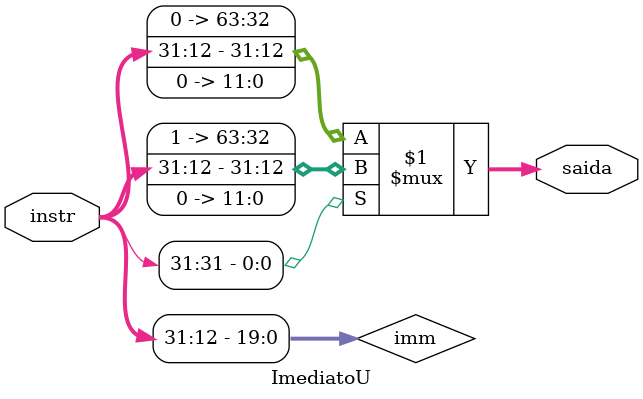
<source format=v>
module ImediatoU #(parameter BITSENTRADA = 32, BITSIMM = 20, BITSSAIDA = 64)
(instr, saida);

input [BITSENTRADA-1:0] instr;
wire [BITSIMM-1:0] imm;
output [BITSSAIDA-1:0] saida;

assign imm = instr[31:12];
assign saida = imm[BITSIMM - 1] ? {~(32'b0), imm, 12'b0} :
                                        {32'b0, imm, 12'b0};

    
endmodule
</source>
